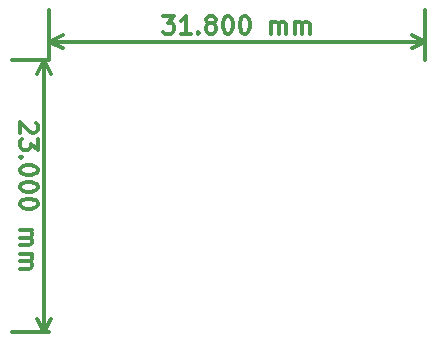
<source format=gbr>
%TF.GenerationSoftware,KiCad,Pcbnew,4.0.7*%
%TF.CreationDate,2017-12-01T19:39:18+08:00*%
%TF.ProjectId,ST-Link V2.1,53542D4C696E6B2056322E312E6B6963,rev?*%
%TF.FileFunction,Other,ECO1*%
%FSLAX46Y46*%
G04 Gerber Fmt 4.6, Leading zero omitted, Abs format (unit mm)*
G04 Created by KiCad (PCBNEW 4.0.7) date 12/01/17 19:39:18*
%MOMM*%
%LPD*%
G01*
G04 APERTURE LIST*
%ADD10C,0.100000*%
%ADD11C,0.300000*%
G04 APERTURE END LIST*
D10*
D11*
X-1121429Y-5285715D02*
X-1050000Y-5357144D01*
X-978571Y-5500001D01*
X-978571Y-5857144D01*
X-1050000Y-6000001D01*
X-1121429Y-6071430D01*
X-1264286Y-6142858D01*
X-1407143Y-6142858D01*
X-1621429Y-6071430D01*
X-2478571Y-5214287D01*
X-2478571Y-6142858D01*
X-978571Y-6642858D02*
X-978571Y-7571429D01*
X-1550000Y-7071429D01*
X-1550000Y-7285715D01*
X-1621429Y-7428572D01*
X-1692857Y-7500001D01*
X-1835714Y-7571429D01*
X-2192857Y-7571429D01*
X-2335714Y-7500001D01*
X-2407143Y-7428572D01*
X-2478571Y-7285715D01*
X-2478571Y-6857143D01*
X-2407143Y-6714286D01*
X-2335714Y-6642858D01*
X-2335714Y-8214286D02*
X-2407143Y-8285714D01*
X-2478571Y-8214286D01*
X-2407143Y-8142857D01*
X-2335714Y-8214286D01*
X-2478571Y-8214286D01*
X-978571Y-9214286D02*
X-978571Y-9357143D01*
X-1050000Y-9500000D01*
X-1121429Y-9571429D01*
X-1264286Y-9642858D01*
X-1550000Y-9714286D01*
X-1907143Y-9714286D01*
X-2192857Y-9642858D01*
X-2335714Y-9571429D01*
X-2407143Y-9500000D01*
X-2478571Y-9357143D01*
X-2478571Y-9214286D01*
X-2407143Y-9071429D01*
X-2335714Y-9000000D01*
X-2192857Y-8928572D01*
X-1907143Y-8857143D01*
X-1550000Y-8857143D01*
X-1264286Y-8928572D01*
X-1121429Y-9000000D01*
X-1050000Y-9071429D01*
X-978571Y-9214286D01*
X-978571Y-10642857D02*
X-978571Y-10785714D01*
X-1050000Y-10928571D01*
X-1121429Y-11000000D01*
X-1264286Y-11071429D01*
X-1550000Y-11142857D01*
X-1907143Y-11142857D01*
X-2192857Y-11071429D01*
X-2335714Y-11000000D01*
X-2407143Y-10928571D01*
X-2478571Y-10785714D01*
X-2478571Y-10642857D01*
X-2407143Y-10500000D01*
X-2335714Y-10428571D01*
X-2192857Y-10357143D01*
X-1907143Y-10285714D01*
X-1550000Y-10285714D01*
X-1264286Y-10357143D01*
X-1121429Y-10428571D01*
X-1050000Y-10500000D01*
X-978571Y-10642857D01*
X-978571Y-12071428D02*
X-978571Y-12214285D01*
X-1050000Y-12357142D01*
X-1121429Y-12428571D01*
X-1264286Y-12500000D01*
X-1550000Y-12571428D01*
X-1907143Y-12571428D01*
X-2192857Y-12500000D01*
X-2335714Y-12428571D01*
X-2407143Y-12357142D01*
X-2478571Y-12214285D01*
X-2478571Y-12071428D01*
X-2407143Y-11928571D01*
X-2335714Y-11857142D01*
X-2192857Y-11785714D01*
X-1907143Y-11714285D01*
X-1550000Y-11714285D01*
X-1264286Y-11785714D01*
X-1121429Y-11857142D01*
X-1050000Y-11928571D01*
X-978571Y-12071428D01*
X-2478571Y-14357142D02*
X-1478571Y-14357142D01*
X-1621429Y-14357142D02*
X-1550000Y-14428570D01*
X-1478571Y-14571428D01*
X-1478571Y-14785713D01*
X-1550000Y-14928570D01*
X-1692857Y-14999999D01*
X-2478571Y-14999999D01*
X-1692857Y-14999999D02*
X-1550000Y-15071428D01*
X-1478571Y-15214285D01*
X-1478571Y-15428570D01*
X-1550000Y-15571428D01*
X-1692857Y-15642856D01*
X-2478571Y-15642856D01*
X-2478571Y-16357142D02*
X-1478571Y-16357142D01*
X-1621429Y-16357142D02*
X-1550000Y-16428570D01*
X-1478571Y-16571428D01*
X-1478571Y-16785713D01*
X-1550000Y-16928570D01*
X-1692857Y-16999999D01*
X-2478571Y-16999999D01*
X-1692857Y-16999999D02*
X-1550000Y-17071428D01*
X-1478571Y-17214285D01*
X-1478571Y-17428570D01*
X-1550000Y-17571428D01*
X-1692857Y-17642856D01*
X-2478571Y-17642856D01*
X-450000Y0D02*
X-450000Y-23000000D01*
X0Y0D02*
X-3150000Y0D01*
X0Y-23000000D02*
X-3150000Y-23000000D01*
X-450000Y-23000000D02*
X-1036421Y-21873496D01*
X-450000Y-23000000D02*
X136421Y-21873496D01*
X-450000Y0D02*
X-1036421Y-1126504D01*
X-450000Y0D02*
X136421Y-1126504D01*
X9614287Y3771429D02*
X10542858Y3771429D01*
X10042858Y3200000D01*
X10257144Y3200000D01*
X10400001Y3128571D01*
X10471430Y3057143D01*
X10542858Y2914286D01*
X10542858Y2557143D01*
X10471430Y2414286D01*
X10400001Y2342857D01*
X10257144Y2271429D01*
X9828572Y2271429D01*
X9685715Y2342857D01*
X9614287Y2414286D01*
X11971429Y2271429D02*
X11114286Y2271429D01*
X11542858Y2271429D02*
X11542858Y3771429D01*
X11400001Y3557143D01*
X11257143Y3414286D01*
X11114286Y3342857D01*
X12614286Y2414286D02*
X12685714Y2342857D01*
X12614286Y2271429D01*
X12542857Y2342857D01*
X12614286Y2414286D01*
X12614286Y2271429D01*
X13542858Y3128571D02*
X13400000Y3200000D01*
X13328572Y3271429D01*
X13257143Y3414286D01*
X13257143Y3485714D01*
X13328572Y3628571D01*
X13400000Y3700000D01*
X13542858Y3771429D01*
X13828572Y3771429D01*
X13971429Y3700000D01*
X14042858Y3628571D01*
X14114286Y3485714D01*
X14114286Y3414286D01*
X14042858Y3271429D01*
X13971429Y3200000D01*
X13828572Y3128571D01*
X13542858Y3128571D01*
X13400000Y3057143D01*
X13328572Y2985714D01*
X13257143Y2842857D01*
X13257143Y2557143D01*
X13328572Y2414286D01*
X13400000Y2342857D01*
X13542858Y2271429D01*
X13828572Y2271429D01*
X13971429Y2342857D01*
X14042858Y2414286D01*
X14114286Y2557143D01*
X14114286Y2842857D01*
X14042858Y2985714D01*
X13971429Y3057143D01*
X13828572Y3128571D01*
X15042857Y3771429D02*
X15185714Y3771429D01*
X15328571Y3700000D01*
X15400000Y3628571D01*
X15471429Y3485714D01*
X15542857Y3200000D01*
X15542857Y2842857D01*
X15471429Y2557143D01*
X15400000Y2414286D01*
X15328571Y2342857D01*
X15185714Y2271429D01*
X15042857Y2271429D01*
X14900000Y2342857D01*
X14828571Y2414286D01*
X14757143Y2557143D01*
X14685714Y2842857D01*
X14685714Y3200000D01*
X14757143Y3485714D01*
X14828571Y3628571D01*
X14900000Y3700000D01*
X15042857Y3771429D01*
X16471428Y3771429D02*
X16614285Y3771429D01*
X16757142Y3700000D01*
X16828571Y3628571D01*
X16900000Y3485714D01*
X16971428Y3200000D01*
X16971428Y2842857D01*
X16900000Y2557143D01*
X16828571Y2414286D01*
X16757142Y2342857D01*
X16614285Y2271429D01*
X16471428Y2271429D01*
X16328571Y2342857D01*
X16257142Y2414286D01*
X16185714Y2557143D01*
X16114285Y2842857D01*
X16114285Y3200000D01*
X16185714Y3485714D01*
X16257142Y3628571D01*
X16328571Y3700000D01*
X16471428Y3771429D01*
X18757142Y2271429D02*
X18757142Y3271429D01*
X18757142Y3128571D02*
X18828570Y3200000D01*
X18971428Y3271429D01*
X19185713Y3271429D01*
X19328570Y3200000D01*
X19399999Y3057143D01*
X19399999Y2271429D01*
X19399999Y3057143D02*
X19471428Y3200000D01*
X19614285Y3271429D01*
X19828570Y3271429D01*
X19971428Y3200000D01*
X20042856Y3057143D01*
X20042856Y2271429D01*
X20757142Y2271429D02*
X20757142Y3271429D01*
X20757142Y3128571D02*
X20828570Y3200000D01*
X20971428Y3271429D01*
X21185713Y3271429D01*
X21328570Y3200000D01*
X21399999Y3057143D01*
X21399999Y2271429D01*
X21399999Y3057143D02*
X21471428Y3200000D01*
X21614285Y3271429D01*
X21828570Y3271429D01*
X21971428Y3200000D01*
X22042856Y3057143D01*
X22042856Y2271429D01*
X0Y1600000D02*
X31800000Y1600000D01*
X0Y0D02*
X0Y4300000D01*
X31800000Y0D02*
X31800000Y4300000D01*
X31800000Y1600000D02*
X30673496Y1013579D01*
X31800000Y1600000D02*
X30673496Y2186421D01*
X0Y1600000D02*
X1126504Y1013579D01*
X0Y1600000D02*
X1126504Y2186421D01*
M02*

</source>
